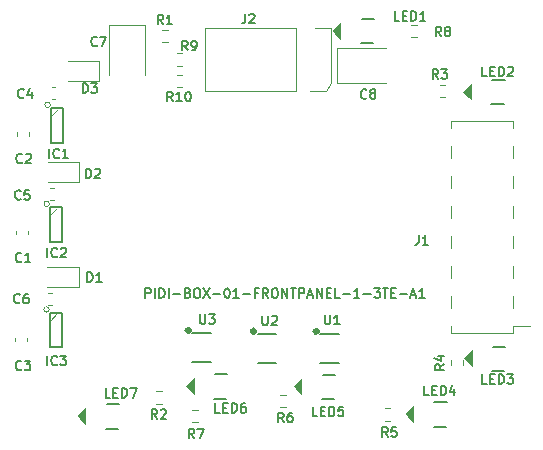
<source format=gbr>
%TF.GenerationSoftware,KiCad,Pcbnew,9.0.6*%
%TF.CreationDate,2025-12-26T20:18:00+00:00*%
%TF.ProjectId,PIDI-BOX-01-FRONTPANEL-1-3TE-A1,50494449-2d42-44f5-982d-30312d46524f,rev?*%
%TF.SameCoordinates,Original*%
%TF.FileFunction,Legend,Top*%
%TF.FilePolarity,Positive*%
%FSLAX46Y46*%
G04 Gerber Fmt 4.6, Leading zero omitted, Abs format (unit mm)*
G04 Created by KiCad (PCBNEW 9.0.6) date 2025-12-26 20:18:00*
%MOMM*%
%LPD*%
G01*
G04 APERTURE LIST*
%ADD10C,0.150000*%
%ADD11C,0.120000*%
%ADD12C,0.152400*%
%ADD13C,0.350000*%
%ADD14C,0.100000*%
%ADD15C,0.200000*%
G04 APERTURE END LIST*
D10*
X96750360Y-74468695D02*
X96750360Y-73668695D01*
X96750360Y-73668695D02*
X97055122Y-73668695D01*
X97055122Y-73668695D02*
X97131312Y-73706790D01*
X97131312Y-73706790D02*
X97169407Y-73744885D01*
X97169407Y-73744885D02*
X97207503Y-73821076D01*
X97207503Y-73821076D02*
X97207503Y-73935361D01*
X97207503Y-73935361D02*
X97169407Y-74011552D01*
X97169407Y-74011552D02*
X97131312Y-74049647D01*
X97131312Y-74049647D02*
X97055122Y-74087742D01*
X97055122Y-74087742D02*
X96750360Y-74087742D01*
X97550360Y-74468695D02*
X97550360Y-73668695D01*
X97931312Y-74468695D02*
X97931312Y-73668695D01*
X97931312Y-73668695D02*
X98121788Y-73668695D01*
X98121788Y-73668695D02*
X98236074Y-73706790D01*
X98236074Y-73706790D02*
X98312264Y-73782980D01*
X98312264Y-73782980D02*
X98350359Y-73859171D01*
X98350359Y-73859171D02*
X98388455Y-74011552D01*
X98388455Y-74011552D02*
X98388455Y-74125838D01*
X98388455Y-74125838D02*
X98350359Y-74278219D01*
X98350359Y-74278219D02*
X98312264Y-74354409D01*
X98312264Y-74354409D02*
X98236074Y-74430600D01*
X98236074Y-74430600D02*
X98121788Y-74468695D01*
X98121788Y-74468695D02*
X97931312Y-74468695D01*
X98731312Y-74468695D02*
X98731312Y-73668695D01*
X99112264Y-74163933D02*
X99721788Y-74163933D01*
X100369406Y-74049647D02*
X100483692Y-74087742D01*
X100483692Y-74087742D02*
X100521787Y-74125838D01*
X100521787Y-74125838D02*
X100559883Y-74202028D01*
X100559883Y-74202028D02*
X100559883Y-74316314D01*
X100559883Y-74316314D02*
X100521787Y-74392504D01*
X100521787Y-74392504D02*
X100483692Y-74430600D01*
X100483692Y-74430600D02*
X100407502Y-74468695D01*
X100407502Y-74468695D02*
X100102740Y-74468695D01*
X100102740Y-74468695D02*
X100102740Y-73668695D01*
X100102740Y-73668695D02*
X100369406Y-73668695D01*
X100369406Y-73668695D02*
X100445597Y-73706790D01*
X100445597Y-73706790D02*
X100483692Y-73744885D01*
X100483692Y-73744885D02*
X100521787Y-73821076D01*
X100521787Y-73821076D02*
X100521787Y-73897266D01*
X100521787Y-73897266D02*
X100483692Y-73973457D01*
X100483692Y-73973457D02*
X100445597Y-74011552D01*
X100445597Y-74011552D02*
X100369406Y-74049647D01*
X100369406Y-74049647D02*
X100102740Y-74049647D01*
X101055121Y-73668695D02*
X101207502Y-73668695D01*
X101207502Y-73668695D02*
X101283692Y-73706790D01*
X101283692Y-73706790D02*
X101359883Y-73782980D01*
X101359883Y-73782980D02*
X101397978Y-73935361D01*
X101397978Y-73935361D02*
X101397978Y-74202028D01*
X101397978Y-74202028D02*
X101359883Y-74354409D01*
X101359883Y-74354409D02*
X101283692Y-74430600D01*
X101283692Y-74430600D02*
X101207502Y-74468695D01*
X101207502Y-74468695D02*
X101055121Y-74468695D01*
X101055121Y-74468695D02*
X100978930Y-74430600D01*
X100978930Y-74430600D02*
X100902740Y-74354409D01*
X100902740Y-74354409D02*
X100864644Y-74202028D01*
X100864644Y-74202028D02*
X100864644Y-73935361D01*
X100864644Y-73935361D02*
X100902740Y-73782980D01*
X100902740Y-73782980D02*
X100978930Y-73706790D01*
X100978930Y-73706790D02*
X101055121Y-73668695D01*
X101664644Y-73668695D02*
X102197978Y-74468695D01*
X102197978Y-73668695D02*
X101664644Y-74468695D01*
X102502740Y-74163933D02*
X103112264Y-74163933D01*
X103645597Y-73668695D02*
X103721787Y-73668695D01*
X103721787Y-73668695D02*
X103797978Y-73706790D01*
X103797978Y-73706790D02*
X103836073Y-73744885D01*
X103836073Y-73744885D02*
X103874168Y-73821076D01*
X103874168Y-73821076D02*
X103912263Y-73973457D01*
X103912263Y-73973457D02*
X103912263Y-74163933D01*
X103912263Y-74163933D02*
X103874168Y-74316314D01*
X103874168Y-74316314D02*
X103836073Y-74392504D01*
X103836073Y-74392504D02*
X103797978Y-74430600D01*
X103797978Y-74430600D02*
X103721787Y-74468695D01*
X103721787Y-74468695D02*
X103645597Y-74468695D01*
X103645597Y-74468695D02*
X103569406Y-74430600D01*
X103569406Y-74430600D02*
X103531311Y-74392504D01*
X103531311Y-74392504D02*
X103493216Y-74316314D01*
X103493216Y-74316314D02*
X103455120Y-74163933D01*
X103455120Y-74163933D02*
X103455120Y-73973457D01*
X103455120Y-73973457D02*
X103493216Y-73821076D01*
X103493216Y-73821076D02*
X103531311Y-73744885D01*
X103531311Y-73744885D02*
X103569406Y-73706790D01*
X103569406Y-73706790D02*
X103645597Y-73668695D01*
X104674168Y-74468695D02*
X104217025Y-74468695D01*
X104445597Y-74468695D02*
X104445597Y-73668695D01*
X104445597Y-73668695D02*
X104369406Y-73782980D01*
X104369406Y-73782980D02*
X104293216Y-73859171D01*
X104293216Y-73859171D02*
X104217025Y-73897266D01*
X105017026Y-74163933D02*
X105626550Y-74163933D01*
X106274168Y-74049647D02*
X106007502Y-74049647D01*
X106007502Y-74468695D02*
X106007502Y-73668695D01*
X106007502Y-73668695D02*
X106388454Y-73668695D01*
X107150359Y-74468695D02*
X106883692Y-74087742D01*
X106693216Y-74468695D02*
X106693216Y-73668695D01*
X106693216Y-73668695D02*
X106997978Y-73668695D01*
X106997978Y-73668695D02*
X107074168Y-73706790D01*
X107074168Y-73706790D02*
X107112263Y-73744885D01*
X107112263Y-73744885D02*
X107150359Y-73821076D01*
X107150359Y-73821076D02*
X107150359Y-73935361D01*
X107150359Y-73935361D02*
X107112263Y-74011552D01*
X107112263Y-74011552D02*
X107074168Y-74049647D01*
X107074168Y-74049647D02*
X106997978Y-74087742D01*
X106997978Y-74087742D02*
X106693216Y-74087742D01*
X107645597Y-73668695D02*
X107797978Y-73668695D01*
X107797978Y-73668695D02*
X107874168Y-73706790D01*
X107874168Y-73706790D02*
X107950359Y-73782980D01*
X107950359Y-73782980D02*
X107988454Y-73935361D01*
X107988454Y-73935361D02*
X107988454Y-74202028D01*
X107988454Y-74202028D02*
X107950359Y-74354409D01*
X107950359Y-74354409D02*
X107874168Y-74430600D01*
X107874168Y-74430600D02*
X107797978Y-74468695D01*
X107797978Y-74468695D02*
X107645597Y-74468695D01*
X107645597Y-74468695D02*
X107569406Y-74430600D01*
X107569406Y-74430600D02*
X107493216Y-74354409D01*
X107493216Y-74354409D02*
X107455120Y-74202028D01*
X107455120Y-74202028D02*
X107455120Y-73935361D01*
X107455120Y-73935361D02*
X107493216Y-73782980D01*
X107493216Y-73782980D02*
X107569406Y-73706790D01*
X107569406Y-73706790D02*
X107645597Y-73668695D01*
X108331311Y-74468695D02*
X108331311Y-73668695D01*
X108331311Y-73668695D02*
X108788454Y-74468695D01*
X108788454Y-74468695D02*
X108788454Y-73668695D01*
X109055120Y-73668695D02*
X109512263Y-73668695D01*
X109283691Y-74468695D02*
X109283691Y-73668695D01*
X109778930Y-74468695D02*
X109778930Y-73668695D01*
X109778930Y-73668695D02*
X110083692Y-73668695D01*
X110083692Y-73668695D02*
X110159882Y-73706790D01*
X110159882Y-73706790D02*
X110197977Y-73744885D01*
X110197977Y-73744885D02*
X110236073Y-73821076D01*
X110236073Y-73821076D02*
X110236073Y-73935361D01*
X110236073Y-73935361D02*
X110197977Y-74011552D01*
X110197977Y-74011552D02*
X110159882Y-74049647D01*
X110159882Y-74049647D02*
X110083692Y-74087742D01*
X110083692Y-74087742D02*
X109778930Y-74087742D01*
X110540834Y-74240123D02*
X110921787Y-74240123D01*
X110464644Y-74468695D02*
X110731311Y-73668695D01*
X110731311Y-73668695D02*
X110997977Y-74468695D01*
X111264644Y-74468695D02*
X111264644Y-73668695D01*
X111264644Y-73668695D02*
X111721787Y-74468695D01*
X111721787Y-74468695D02*
X111721787Y-73668695D01*
X112102739Y-74049647D02*
X112369405Y-74049647D01*
X112483691Y-74468695D02*
X112102739Y-74468695D01*
X112102739Y-74468695D02*
X112102739Y-73668695D01*
X112102739Y-73668695D02*
X112483691Y-73668695D01*
X113207501Y-74468695D02*
X112826549Y-74468695D01*
X112826549Y-74468695D02*
X112826549Y-73668695D01*
X113474168Y-74163933D02*
X114083692Y-74163933D01*
X114883691Y-74468695D02*
X114426548Y-74468695D01*
X114655120Y-74468695D02*
X114655120Y-73668695D01*
X114655120Y-73668695D02*
X114578929Y-73782980D01*
X114578929Y-73782980D02*
X114502739Y-73859171D01*
X114502739Y-73859171D02*
X114426548Y-73897266D01*
X115226549Y-74163933D02*
X115836073Y-74163933D01*
X116140834Y-73668695D02*
X116636072Y-73668695D01*
X116636072Y-73668695D02*
X116369406Y-73973457D01*
X116369406Y-73973457D02*
X116483691Y-73973457D01*
X116483691Y-73973457D02*
X116559882Y-74011552D01*
X116559882Y-74011552D02*
X116597977Y-74049647D01*
X116597977Y-74049647D02*
X116636072Y-74125838D01*
X116636072Y-74125838D02*
X116636072Y-74316314D01*
X116636072Y-74316314D02*
X116597977Y-74392504D01*
X116597977Y-74392504D02*
X116559882Y-74430600D01*
X116559882Y-74430600D02*
X116483691Y-74468695D01*
X116483691Y-74468695D02*
X116255120Y-74468695D01*
X116255120Y-74468695D02*
X116178929Y-74430600D01*
X116178929Y-74430600D02*
X116140834Y-74392504D01*
X116864644Y-73668695D02*
X117321787Y-73668695D01*
X117093215Y-74468695D02*
X117093215Y-73668695D01*
X117588454Y-74049647D02*
X117855120Y-74049647D01*
X117969406Y-74468695D02*
X117588454Y-74468695D01*
X117588454Y-74468695D02*
X117588454Y-73668695D01*
X117588454Y-73668695D02*
X117969406Y-73668695D01*
X118312264Y-74163933D02*
X118921788Y-74163933D01*
X119264644Y-74240123D02*
X119645597Y-74240123D01*
X119188454Y-74468695D02*
X119455121Y-73668695D01*
X119455121Y-73668695D02*
X119721787Y-74468695D01*
X120407501Y-74468695D02*
X119950358Y-74468695D01*
X120178930Y-74468695D02*
X120178930Y-73668695D01*
X120178930Y-73668695D02*
X120102739Y-73782980D01*
X120102739Y-73782980D02*
X120026549Y-73859171D01*
X120026549Y-73859171D02*
X119950358Y-73897266D01*
X86277467Y-80499304D02*
X86239371Y-80537400D01*
X86239371Y-80537400D02*
X86125086Y-80575495D01*
X86125086Y-80575495D02*
X86048895Y-80575495D01*
X86048895Y-80575495D02*
X85934609Y-80537400D01*
X85934609Y-80537400D02*
X85858419Y-80461209D01*
X85858419Y-80461209D02*
X85820324Y-80385019D01*
X85820324Y-80385019D02*
X85782228Y-80232638D01*
X85782228Y-80232638D02*
X85782228Y-80118352D01*
X85782228Y-80118352D02*
X85820324Y-79965971D01*
X85820324Y-79965971D02*
X85858419Y-79889780D01*
X85858419Y-79889780D02*
X85934609Y-79813590D01*
X85934609Y-79813590D02*
X86048895Y-79775495D01*
X86048895Y-79775495D02*
X86125086Y-79775495D01*
X86125086Y-79775495D02*
X86239371Y-79813590D01*
X86239371Y-79813590D02*
X86277467Y-79851685D01*
X86544133Y-79775495D02*
X87039371Y-79775495D01*
X87039371Y-79775495D02*
X86772705Y-80080257D01*
X86772705Y-80080257D02*
X86886990Y-80080257D01*
X86886990Y-80080257D02*
X86963181Y-80118352D01*
X86963181Y-80118352D02*
X87001276Y-80156447D01*
X87001276Y-80156447D02*
X87039371Y-80232638D01*
X87039371Y-80232638D02*
X87039371Y-80423114D01*
X87039371Y-80423114D02*
X87001276Y-80499304D01*
X87001276Y-80499304D02*
X86963181Y-80537400D01*
X86963181Y-80537400D02*
X86886990Y-80575495D01*
X86886990Y-80575495D02*
X86658419Y-80575495D01*
X86658419Y-80575495D02*
X86582228Y-80537400D01*
X86582228Y-80537400D02*
X86544133Y-80499304D01*
X86226667Y-66072104D02*
X86188571Y-66110200D01*
X86188571Y-66110200D02*
X86074286Y-66148295D01*
X86074286Y-66148295D02*
X85998095Y-66148295D01*
X85998095Y-66148295D02*
X85883809Y-66110200D01*
X85883809Y-66110200D02*
X85807619Y-66034009D01*
X85807619Y-66034009D02*
X85769524Y-65957819D01*
X85769524Y-65957819D02*
X85731428Y-65805438D01*
X85731428Y-65805438D02*
X85731428Y-65691152D01*
X85731428Y-65691152D02*
X85769524Y-65538771D01*
X85769524Y-65538771D02*
X85807619Y-65462580D01*
X85807619Y-65462580D02*
X85883809Y-65386390D01*
X85883809Y-65386390D02*
X85998095Y-65348295D01*
X85998095Y-65348295D02*
X86074286Y-65348295D01*
X86074286Y-65348295D02*
X86188571Y-65386390D01*
X86188571Y-65386390D02*
X86226667Y-65424485D01*
X86950476Y-65348295D02*
X86569524Y-65348295D01*
X86569524Y-65348295D02*
X86531428Y-65729247D01*
X86531428Y-65729247D02*
X86569524Y-65691152D01*
X86569524Y-65691152D02*
X86645714Y-65653057D01*
X86645714Y-65653057D02*
X86836190Y-65653057D01*
X86836190Y-65653057D02*
X86912381Y-65691152D01*
X86912381Y-65691152D02*
X86950476Y-65729247D01*
X86950476Y-65729247D02*
X86988571Y-65805438D01*
X86988571Y-65805438D02*
X86988571Y-65995914D01*
X86988571Y-65995914D02*
X86950476Y-66072104D01*
X86950476Y-66072104D02*
X86912381Y-66110200D01*
X86912381Y-66110200D02*
X86836190Y-66148295D01*
X86836190Y-66148295D02*
X86645714Y-66148295D01*
X86645714Y-66148295D02*
X86569524Y-66110200D01*
X86569524Y-66110200D02*
X86531428Y-66072104D01*
X100341067Y-53499095D02*
X100074400Y-53118142D01*
X99883924Y-53499095D02*
X99883924Y-52699095D01*
X99883924Y-52699095D02*
X100188686Y-52699095D01*
X100188686Y-52699095D02*
X100264876Y-52737190D01*
X100264876Y-52737190D02*
X100302971Y-52775285D01*
X100302971Y-52775285D02*
X100341067Y-52851476D01*
X100341067Y-52851476D02*
X100341067Y-52965761D01*
X100341067Y-52965761D02*
X100302971Y-53041952D01*
X100302971Y-53041952D02*
X100264876Y-53080047D01*
X100264876Y-53080047D02*
X100188686Y-53118142D01*
X100188686Y-53118142D02*
X99883924Y-53118142D01*
X100722019Y-53499095D02*
X100874400Y-53499095D01*
X100874400Y-53499095D02*
X100950590Y-53461000D01*
X100950590Y-53461000D02*
X100988686Y-53422904D01*
X100988686Y-53422904D02*
X101064876Y-53308619D01*
X101064876Y-53308619D02*
X101102971Y-53156238D01*
X101102971Y-53156238D02*
X101102971Y-52851476D01*
X101102971Y-52851476D02*
X101064876Y-52775285D01*
X101064876Y-52775285D02*
X101026781Y-52737190D01*
X101026781Y-52737190D02*
X100950590Y-52699095D01*
X100950590Y-52699095D02*
X100798209Y-52699095D01*
X100798209Y-52699095D02*
X100722019Y-52737190D01*
X100722019Y-52737190D02*
X100683924Y-52775285D01*
X100683924Y-52775285D02*
X100645828Y-52851476D01*
X100645828Y-52851476D02*
X100645828Y-53041952D01*
X100645828Y-53041952D02*
X100683924Y-53118142D01*
X100683924Y-53118142D02*
X100722019Y-53156238D01*
X100722019Y-53156238D02*
X100798209Y-53194333D01*
X100798209Y-53194333D02*
X100950590Y-53194333D01*
X100950590Y-53194333D02*
X101026781Y-53156238D01*
X101026781Y-53156238D02*
X101064876Y-53118142D01*
X101064876Y-53118142D02*
X101102971Y-53041952D01*
X100907867Y-86366695D02*
X100641200Y-85985742D01*
X100450724Y-86366695D02*
X100450724Y-85566695D01*
X100450724Y-85566695D02*
X100755486Y-85566695D01*
X100755486Y-85566695D02*
X100831676Y-85604790D01*
X100831676Y-85604790D02*
X100869771Y-85642885D01*
X100869771Y-85642885D02*
X100907867Y-85719076D01*
X100907867Y-85719076D02*
X100907867Y-85833361D01*
X100907867Y-85833361D02*
X100869771Y-85909552D01*
X100869771Y-85909552D02*
X100831676Y-85947647D01*
X100831676Y-85947647D02*
X100755486Y-85985742D01*
X100755486Y-85985742D02*
X100450724Y-85985742D01*
X101174533Y-85566695D02*
X101707867Y-85566695D01*
X101707867Y-85566695D02*
X101365009Y-86366695D01*
X86277467Y-71355304D02*
X86239371Y-71393400D01*
X86239371Y-71393400D02*
X86125086Y-71431495D01*
X86125086Y-71431495D02*
X86048895Y-71431495D01*
X86048895Y-71431495D02*
X85934609Y-71393400D01*
X85934609Y-71393400D02*
X85858419Y-71317209D01*
X85858419Y-71317209D02*
X85820324Y-71241019D01*
X85820324Y-71241019D02*
X85782228Y-71088638D01*
X85782228Y-71088638D02*
X85782228Y-70974352D01*
X85782228Y-70974352D02*
X85820324Y-70821971D01*
X85820324Y-70821971D02*
X85858419Y-70745780D01*
X85858419Y-70745780D02*
X85934609Y-70669590D01*
X85934609Y-70669590D02*
X86048895Y-70631495D01*
X86048895Y-70631495D02*
X86125086Y-70631495D01*
X86125086Y-70631495D02*
X86239371Y-70669590D01*
X86239371Y-70669590D02*
X86277467Y-70707685D01*
X87039371Y-71431495D02*
X86582228Y-71431495D01*
X86810800Y-71431495D02*
X86810800Y-70631495D01*
X86810800Y-70631495D02*
X86734609Y-70745780D01*
X86734609Y-70745780D02*
X86658419Y-70821971D01*
X86658419Y-70821971D02*
X86582228Y-70860066D01*
X91857524Y-73107895D02*
X91857524Y-72307895D01*
X91857524Y-72307895D02*
X92048000Y-72307895D01*
X92048000Y-72307895D02*
X92162286Y-72345990D01*
X92162286Y-72345990D02*
X92238476Y-72422180D01*
X92238476Y-72422180D02*
X92276571Y-72498371D01*
X92276571Y-72498371D02*
X92314667Y-72650752D01*
X92314667Y-72650752D02*
X92314667Y-72765038D01*
X92314667Y-72765038D02*
X92276571Y-72917419D01*
X92276571Y-72917419D02*
X92238476Y-72993609D01*
X92238476Y-72993609D02*
X92162286Y-73069800D01*
X92162286Y-73069800D02*
X92048000Y-73107895D01*
X92048000Y-73107895D02*
X91857524Y-73107895D01*
X93076571Y-73107895D02*
X92619428Y-73107895D01*
X92848000Y-73107895D02*
X92848000Y-72307895D01*
X92848000Y-72307895D02*
X92771809Y-72422180D01*
X92771809Y-72422180D02*
X92695619Y-72498371D01*
X92695619Y-72498371D02*
X92619428Y-72536466D01*
X111955276Y-75914695D02*
X111955276Y-76562314D01*
X111955276Y-76562314D02*
X111993371Y-76638504D01*
X111993371Y-76638504D02*
X112031466Y-76676600D01*
X112031466Y-76676600D02*
X112107657Y-76714695D01*
X112107657Y-76714695D02*
X112260038Y-76714695D01*
X112260038Y-76714695D02*
X112336228Y-76676600D01*
X112336228Y-76676600D02*
X112374323Y-76638504D01*
X112374323Y-76638504D02*
X112412419Y-76562314D01*
X112412419Y-76562314D02*
X112412419Y-75914695D01*
X113212418Y-76714695D02*
X112755275Y-76714695D01*
X112983847Y-76714695D02*
X112983847Y-75914695D01*
X112983847Y-75914695D02*
X112907656Y-76028980D01*
X112907656Y-76028980D02*
X112831466Y-76105171D01*
X112831466Y-76105171D02*
X112755275Y-76143266D01*
X122057295Y-80083332D02*
X121676342Y-80349999D01*
X122057295Y-80540475D02*
X121257295Y-80540475D01*
X121257295Y-80540475D02*
X121257295Y-80235713D01*
X121257295Y-80235713D02*
X121295390Y-80159523D01*
X121295390Y-80159523D02*
X121333485Y-80121428D01*
X121333485Y-80121428D02*
X121409676Y-80083332D01*
X121409676Y-80083332D02*
X121523961Y-80083332D01*
X121523961Y-80083332D02*
X121600152Y-80121428D01*
X121600152Y-80121428D02*
X121638247Y-80159523D01*
X121638247Y-80159523D02*
X121676342Y-80235713D01*
X121676342Y-80235713D02*
X121676342Y-80540475D01*
X121523961Y-79397618D02*
X122057295Y-79397618D01*
X121219200Y-79588094D02*
X121790628Y-79778571D01*
X121790628Y-79778571D02*
X121790628Y-79283332D01*
X105233333Y-50405395D02*
X105233333Y-50976823D01*
X105233333Y-50976823D02*
X105195238Y-51091109D01*
X105195238Y-51091109D02*
X105119047Y-51167300D01*
X105119047Y-51167300D02*
X105004762Y-51205395D01*
X105004762Y-51205395D02*
X104928571Y-51205395D01*
X105576190Y-50481585D02*
X105614286Y-50443490D01*
X105614286Y-50443490D02*
X105690476Y-50405395D01*
X105690476Y-50405395D02*
X105880952Y-50405395D01*
X105880952Y-50405395D02*
X105957143Y-50443490D01*
X105957143Y-50443490D02*
X105995238Y-50481585D01*
X105995238Y-50481585D02*
X106033333Y-50557776D01*
X106033333Y-50557776D02*
X106033333Y-50633966D01*
X106033333Y-50633966D02*
X105995238Y-50748252D01*
X105995238Y-50748252D02*
X105538095Y-51205395D01*
X105538095Y-51205395D02*
X106033333Y-51205395D01*
X119908333Y-69162295D02*
X119908333Y-69733723D01*
X119908333Y-69733723D02*
X119870238Y-69848009D01*
X119870238Y-69848009D02*
X119794047Y-69924200D01*
X119794047Y-69924200D02*
X119679762Y-69962295D01*
X119679762Y-69962295D02*
X119603571Y-69962295D01*
X120708333Y-69962295D02*
X120251190Y-69962295D01*
X120479762Y-69962295D02*
X120479762Y-69162295D01*
X120479762Y-69162295D02*
X120403571Y-69276580D01*
X120403571Y-69276580D02*
X120327381Y-69352771D01*
X120327381Y-69352771D02*
X120251190Y-69390866D01*
X120772161Y-82712295D02*
X120391209Y-82712295D01*
X120391209Y-82712295D02*
X120391209Y-81912295D01*
X121038828Y-82293247D02*
X121305494Y-82293247D01*
X121419780Y-82712295D02*
X121038828Y-82712295D01*
X121038828Y-82712295D02*
X121038828Y-81912295D01*
X121038828Y-81912295D02*
X121419780Y-81912295D01*
X121762638Y-82712295D02*
X121762638Y-81912295D01*
X121762638Y-81912295D02*
X121953114Y-81912295D01*
X121953114Y-81912295D02*
X122067400Y-81950390D01*
X122067400Y-81950390D02*
X122143590Y-82026580D01*
X122143590Y-82026580D02*
X122181685Y-82102771D01*
X122181685Y-82102771D02*
X122219781Y-82255152D01*
X122219781Y-82255152D02*
X122219781Y-82369438D01*
X122219781Y-82369438D02*
X122181685Y-82521819D01*
X122181685Y-82521819D02*
X122143590Y-82598009D01*
X122143590Y-82598009D02*
X122067400Y-82674200D01*
X122067400Y-82674200D02*
X121953114Y-82712295D01*
X121953114Y-82712295D02*
X121762638Y-82712295D01*
X122905495Y-82178961D02*
X122905495Y-82712295D01*
X122715019Y-81874200D02*
X122524542Y-82445628D01*
X122524542Y-82445628D02*
X123019781Y-82445628D01*
X88466648Y-80169095D02*
X88466648Y-79369095D01*
X89304743Y-80092904D02*
X89266647Y-80131000D01*
X89266647Y-80131000D02*
X89152362Y-80169095D01*
X89152362Y-80169095D02*
X89076171Y-80169095D01*
X89076171Y-80169095D02*
X88961885Y-80131000D01*
X88961885Y-80131000D02*
X88885695Y-80054809D01*
X88885695Y-80054809D02*
X88847600Y-79978619D01*
X88847600Y-79978619D02*
X88809504Y-79826238D01*
X88809504Y-79826238D02*
X88809504Y-79711952D01*
X88809504Y-79711952D02*
X88847600Y-79559571D01*
X88847600Y-79559571D02*
X88885695Y-79483380D01*
X88885695Y-79483380D02*
X88961885Y-79407190D01*
X88961885Y-79407190D02*
X89076171Y-79369095D01*
X89076171Y-79369095D02*
X89152362Y-79369095D01*
X89152362Y-79369095D02*
X89266647Y-79407190D01*
X89266647Y-79407190D02*
X89304743Y-79445285D01*
X89571409Y-79369095D02*
X90066647Y-79369095D01*
X90066647Y-79369095D02*
X89799981Y-79673857D01*
X89799981Y-79673857D02*
X89914266Y-79673857D01*
X89914266Y-79673857D02*
X89990457Y-79711952D01*
X89990457Y-79711952D02*
X90028552Y-79750047D01*
X90028552Y-79750047D02*
X90066647Y-79826238D01*
X90066647Y-79826238D02*
X90066647Y-80016714D01*
X90066647Y-80016714D02*
X90028552Y-80092904D01*
X90028552Y-80092904D02*
X89990457Y-80131000D01*
X89990457Y-80131000D02*
X89914266Y-80169095D01*
X89914266Y-80169095D02*
X89685695Y-80169095D01*
X89685695Y-80169095D02*
X89609504Y-80131000D01*
X89609504Y-80131000D02*
X89571409Y-80092904D01*
X106672076Y-75965495D02*
X106672076Y-76613114D01*
X106672076Y-76613114D02*
X106710171Y-76689304D01*
X106710171Y-76689304D02*
X106748266Y-76727400D01*
X106748266Y-76727400D02*
X106824457Y-76765495D01*
X106824457Y-76765495D02*
X106976838Y-76765495D01*
X106976838Y-76765495D02*
X107053028Y-76727400D01*
X107053028Y-76727400D02*
X107091123Y-76689304D01*
X107091123Y-76689304D02*
X107129219Y-76613114D01*
X107129219Y-76613114D02*
X107129219Y-75965495D01*
X107472075Y-76041685D02*
X107510171Y-76003590D01*
X107510171Y-76003590D02*
X107586361Y-75965495D01*
X107586361Y-75965495D02*
X107776837Y-75965495D01*
X107776837Y-75965495D02*
X107853028Y-76003590D01*
X107853028Y-76003590D02*
X107891123Y-76041685D01*
X107891123Y-76041685D02*
X107929218Y-76117876D01*
X107929218Y-76117876D02*
X107929218Y-76194066D01*
X107929218Y-76194066D02*
X107891123Y-76308352D01*
X107891123Y-76308352D02*
X107433980Y-76765495D01*
X107433980Y-76765495D02*
X107929218Y-76765495D01*
X108477067Y-84995095D02*
X108210400Y-84614142D01*
X108019924Y-84995095D02*
X108019924Y-84195095D01*
X108019924Y-84195095D02*
X108324686Y-84195095D01*
X108324686Y-84195095D02*
X108400876Y-84233190D01*
X108400876Y-84233190D02*
X108438971Y-84271285D01*
X108438971Y-84271285D02*
X108477067Y-84347476D01*
X108477067Y-84347476D02*
X108477067Y-84461761D01*
X108477067Y-84461761D02*
X108438971Y-84537952D01*
X108438971Y-84537952D02*
X108400876Y-84576047D01*
X108400876Y-84576047D02*
X108324686Y-84614142D01*
X108324686Y-84614142D02*
X108019924Y-84614142D01*
X109162781Y-84195095D02*
X109010400Y-84195095D01*
X109010400Y-84195095D02*
X108934209Y-84233190D01*
X108934209Y-84233190D02*
X108896114Y-84271285D01*
X108896114Y-84271285D02*
X108819924Y-84385571D01*
X108819924Y-84385571D02*
X108781828Y-84537952D01*
X108781828Y-84537952D02*
X108781828Y-84842714D01*
X108781828Y-84842714D02*
X108819924Y-84918904D01*
X108819924Y-84918904D02*
X108858019Y-84957000D01*
X108858019Y-84957000D02*
X108934209Y-84995095D01*
X108934209Y-84995095D02*
X109086590Y-84995095D01*
X109086590Y-84995095D02*
X109162781Y-84957000D01*
X109162781Y-84957000D02*
X109200876Y-84918904D01*
X109200876Y-84918904D02*
X109238971Y-84842714D01*
X109238971Y-84842714D02*
X109238971Y-84652238D01*
X109238971Y-84652238D02*
X109200876Y-84576047D01*
X109200876Y-84576047D02*
X109162781Y-84537952D01*
X109162781Y-84537952D02*
X109086590Y-84499857D01*
X109086590Y-84499857D02*
X108934209Y-84499857D01*
X108934209Y-84499857D02*
X108858019Y-84537952D01*
X108858019Y-84537952D02*
X108819924Y-84576047D01*
X108819924Y-84576047D02*
X108781828Y-84652238D01*
X101388876Y-75863895D02*
X101388876Y-76511514D01*
X101388876Y-76511514D02*
X101426971Y-76587704D01*
X101426971Y-76587704D02*
X101465066Y-76625800D01*
X101465066Y-76625800D02*
X101541257Y-76663895D01*
X101541257Y-76663895D02*
X101693638Y-76663895D01*
X101693638Y-76663895D02*
X101769828Y-76625800D01*
X101769828Y-76625800D02*
X101807923Y-76587704D01*
X101807923Y-76587704D02*
X101846019Y-76511514D01*
X101846019Y-76511514D02*
X101846019Y-75863895D01*
X102150780Y-75863895D02*
X102646018Y-75863895D01*
X102646018Y-75863895D02*
X102379352Y-76168657D01*
X102379352Y-76168657D02*
X102493637Y-76168657D01*
X102493637Y-76168657D02*
X102569828Y-76206752D01*
X102569828Y-76206752D02*
X102607923Y-76244847D01*
X102607923Y-76244847D02*
X102646018Y-76321038D01*
X102646018Y-76321038D02*
X102646018Y-76511514D01*
X102646018Y-76511514D02*
X102607923Y-76587704D01*
X102607923Y-76587704D02*
X102569828Y-76625800D01*
X102569828Y-76625800D02*
X102493637Y-76663895D01*
X102493637Y-76663895D02*
X102265066Y-76663895D01*
X102265066Y-76663895D02*
X102188875Y-76625800D01*
X102188875Y-76625800D02*
X102150780Y-76587704D01*
X111329761Y-84487295D02*
X110948809Y-84487295D01*
X110948809Y-84487295D02*
X110948809Y-83687295D01*
X111596428Y-84068247D02*
X111863094Y-84068247D01*
X111977380Y-84487295D02*
X111596428Y-84487295D01*
X111596428Y-84487295D02*
X111596428Y-83687295D01*
X111596428Y-83687295D02*
X111977380Y-83687295D01*
X112320238Y-84487295D02*
X112320238Y-83687295D01*
X112320238Y-83687295D02*
X112510714Y-83687295D01*
X112510714Y-83687295D02*
X112625000Y-83725390D01*
X112625000Y-83725390D02*
X112701190Y-83801580D01*
X112701190Y-83801580D02*
X112739285Y-83877771D01*
X112739285Y-83877771D02*
X112777381Y-84030152D01*
X112777381Y-84030152D02*
X112777381Y-84144438D01*
X112777381Y-84144438D02*
X112739285Y-84296819D01*
X112739285Y-84296819D02*
X112701190Y-84373009D01*
X112701190Y-84373009D02*
X112625000Y-84449200D01*
X112625000Y-84449200D02*
X112510714Y-84487295D01*
X112510714Y-84487295D02*
X112320238Y-84487295D01*
X113501190Y-83687295D02*
X113120238Y-83687295D01*
X113120238Y-83687295D02*
X113082142Y-84068247D01*
X113082142Y-84068247D02*
X113120238Y-84030152D01*
X113120238Y-84030152D02*
X113196428Y-83992057D01*
X113196428Y-83992057D02*
X113386904Y-83992057D01*
X113386904Y-83992057D02*
X113463095Y-84030152D01*
X113463095Y-84030152D02*
X113501190Y-84068247D01*
X113501190Y-84068247D02*
X113539285Y-84144438D01*
X113539285Y-84144438D02*
X113539285Y-84334914D01*
X113539285Y-84334914D02*
X113501190Y-84411104D01*
X113501190Y-84411104D02*
X113463095Y-84449200D01*
X113463095Y-84449200D02*
X113386904Y-84487295D01*
X113386904Y-84487295D02*
X113196428Y-84487295D01*
X113196428Y-84487295D02*
X113120238Y-84449200D01*
X113120238Y-84449200D02*
X113082142Y-84411104D01*
X115487467Y-57537704D02*
X115449371Y-57575800D01*
X115449371Y-57575800D02*
X115335086Y-57613895D01*
X115335086Y-57613895D02*
X115258895Y-57613895D01*
X115258895Y-57613895D02*
X115144609Y-57575800D01*
X115144609Y-57575800D02*
X115068419Y-57499609D01*
X115068419Y-57499609D02*
X115030324Y-57423419D01*
X115030324Y-57423419D02*
X114992228Y-57271038D01*
X114992228Y-57271038D02*
X114992228Y-57156752D01*
X114992228Y-57156752D02*
X115030324Y-57004371D01*
X115030324Y-57004371D02*
X115068419Y-56928180D01*
X115068419Y-56928180D02*
X115144609Y-56851990D01*
X115144609Y-56851990D02*
X115258895Y-56813895D01*
X115258895Y-56813895D02*
X115335086Y-56813895D01*
X115335086Y-56813895D02*
X115449371Y-56851990D01*
X115449371Y-56851990D02*
X115487467Y-56890085D01*
X115944609Y-57156752D02*
X115868419Y-57118657D01*
X115868419Y-57118657D02*
X115830324Y-57080561D01*
X115830324Y-57080561D02*
X115792228Y-57004371D01*
X115792228Y-57004371D02*
X115792228Y-56966276D01*
X115792228Y-56966276D02*
X115830324Y-56890085D01*
X115830324Y-56890085D02*
X115868419Y-56851990D01*
X115868419Y-56851990D02*
X115944609Y-56813895D01*
X115944609Y-56813895D02*
X116096990Y-56813895D01*
X116096990Y-56813895D02*
X116173181Y-56851990D01*
X116173181Y-56851990D02*
X116211276Y-56890085D01*
X116211276Y-56890085D02*
X116249371Y-56966276D01*
X116249371Y-56966276D02*
X116249371Y-57004371D01*
X116249371Y-57004371D02*
X116211276Y-57080561D01*
X116211276Y-57080561D02*
X116173181Y-57118657D01*
X116173181Y-57118657D02*
X116096990Y-57156752D01*
X116096990Y-57156752D02*
X115944609Y-57156752D01*
X115944609Y-57156752D02*
X115868419Y-57194847D01*
X115868419Y-57194847D02*
X115830324Y-57232942D01*
X115830324Y-57232942D02*
X115792228Y-57309133D01*
X115792228Y-57309133D02*
X115792228Y-57461514D01*
X115792228Y-57461514D02*
X115830324Y-57537704D01*
X115830324Y-57537704D02*
X115868419Y-57575800D01*
X115868419Y-57575800D02*
X115944609Y-57613895D01*
X115944609Y-57613895D02*
X116096990Y-57613895D01*
X116096990Y-57613895D02*
X116173181Y-57575800D01*
X116173181Y-57575800D02*
X116211276Y-57537704D01*
X116211276Y-57537704D02*
X116249371Y-57461514D01*
X116249371Y-57461514D02*
X116249371Y-57309133D01*
X116249371Y-57309133D02*
X116211276Y-57232942D01*
X116211276Y-57232942D02*
X116173181Y-57194847D01*
X116173181Y-57194847D02*
X116096990Y-57156752D01*
X97783667Y-84715695D02*
X97517000Y-84334742D01*
X97326524Y-84715695D02*
X97326524Y-83915695D01*
X97326524Y-83915695D02*
X97631286Y-83915695D01*
X97631286Y-83915695D02*
X97707476Y-83953790D01*
X97707476Y-83953790D02*
X97745571Y-83991885D01*
X97745571Y-83991885D02*
X97783667Y-84068076D01*
X97783667Y-84068076D02*
X97783667Y-84182361D01*
X97783667Y-84182361D02*
X97745571Y-84258552D01*
X97745571Y-84258552D02*
X97707476Y-84296647D01*
X97707476Y-84296647D02*
X97631286Y-84334742D01*
X97631286Y-84334742D02*
X97326524Y-84334742D01*
X98088428Y-83991885D02*
X98126524Y-83953790D01*
X98126524Y-83953790D02*
X98202714Y-83915695D01*
X98202714Y-83915695D02*
X98393190Y-83915695D01*
X98393190Y-83915695D02*
X98469381Y-83953790D01*
X98469381Y-83953790D02*
X98507476Y-83991885D01*
X98507476Y-83991885D02*
X98545571Y-84068076D01*
X98545571Y-84068076D02*
X98545571Y-84144266D01*
X98545571Y-84144266D02*
X98507476Y-84258552D01*
X98507476Y-84258552D02*
X98050333Y-84715695D01*
X98050333Y-84715695D02*
X98545571Y-84715695D01*
X125690361Y-55683495D02*
X125309409Y-55683495D01*
X125309409Y-55683495D02*
X125309409Y-54883495D01*
X125957028Y-55264447D02*
X126223694Y-55264447D01*
X126337980Y-55683495D02*
X125957028Y-55683495D01*
X125957028Y-55683495D02*
X125957028Y-54883495D01*
X125957028Y-54883495D02*
X126337980Y-54883495D01*
X126680838Y-55683495D02*
X126680838Y-54883495D01*
X126680838Y-54883495D02*
X126871314Y-54883495D01*
X126871314Y-54883495D02*
X126985600Y-54921590D01*
X126985600Y-54921590D02*
X127061790Y-54997780D01*
X127061790Y-54997780D02*
X127099885Y-55073971D01*
X127099885Y-55073971D02*
X127137981Y-55226352D01*
X127137981Y-55226352D02*
X127137981Y-55340638D01*
X127137981Y-55340638D02*
X127099885Y-55493019D01*
X127099885Y-55493019D02*
X127061790Y-55569209D01*
X127061790Y-55569209D02*
X126985600Y-55645400D01*
X126985600Y-55645400D02*
X126871314Y-55683495D01*
X126871314Y-55683495D02*
X126680838Y-55683495D01*
X127442742Y-54959685D02*
X127480838Y-54921590D01*
X127480838Y-54921590D02*
X127557028Y-54883495D01*
X127557028Y-54883495D02*
X127747504Y-54883495D01*
X127747504Y-54883495D02*
X127823695Y-54921590D01*
X127823695Y-54921590D02*
X127861790Y-54959685D01*
X127861790Y-54959685D02*
X127899885Y-55035876D01*
X127899885Y-55035876D02*
X127899885Y-55112066D01*
X127899885Y-55112066D02*
X127861790Y-55226352D01*
X127861790Y-55226352D02*
X127404647Y-55683495D01*
X127404647Y-55683495D02*
X127899885Y-55683495D01*
X118273561Y-51009895D02*
X117892609Y-51009895D01*
X117892609Y-51009895D02*
X117892609Y-50209895D01*
X118540228Y-50590847D02*
X118806894Y-50590847D01*
X118921180Y-51009895D02*
X118540228Y-51009895D01*
X118540228Y-51009895D02*
X118540228Y-50209895D01*
X118540228Y-50209895D02*
X118921180Y-50209895D01*
X119264038Y-51009895D02*
X119264038Y-50209895D01*
X119264038Y-50209895D02*
X119454514Y-50209895D01*
X119454514Y-50209895D02*
X119568800Y-50247990D01*
X119568800Y-50247990D02*
X119644990Y-50324180D01*
X119644990Y-50324180D02*
X119683085Y-50400371D01*
X119683085Y-50400371D02*
X119721181Y-50552752D01*
X119721181Y-50552752D02*
X119721181Y-50667038D01*
X119721181Y-50667038D02*
X119683085Y-50819419D01*
X119683085Y-50819419D02*
X119644990Y-50895609D01*
X119644990Y-50895609D02*
X119568800Y-50971800D01*
X119568800Y-50971800D02*
X119454514Y-51009895D01*
X119454514Y-51009895D02*
X119264038Y-51009895D01*
X120483085Y-51009895D02*
X120025942Y-51009895D01*
X120254514Y-51009895D02*
X120254514Y-50209895D01*
X120254514Y-50209895D02*
X120178323Y-50324180D01*
X120178323Y-50324180D02*
X120102133Y-50400371D01*
X120102133Y-50400371D02*
X120025942Y-50438466D01*
X117294067Y-86238495D02*
X117027400Y-85857542D01*
X116836924Y-86238495D02*
X116836924Y-85438495D01*
X116836924Y-85438495D02*
X117141686Y-85438495D01*
X117141686Y-85438495D02*
X117217876Y-85476590D01*
X117217876Y-85476590D02*
X117255971Y-85514685D01*
X117255971Y-85514685D02*
X117294067Y-85590876D01*
X117294067Y-85590876D02*
X117294067Y-85705161D01*
X117294067Y-85705161D02*
X117255971Y-85781352D01*
X117255971Y-85781352D02*
X117217876Y-85819447D01*
X117217876Y-85819447D02*
X117141686Y-85857542D01*
X117141686Y-85857542D02*
X116836924Y-85857542D01*
X118017876Y-85438495D02*
X117636924Y-85438495D01*
X117636924Y-85438495D02*
X117598828Y-85819447D01*
X117598828Y-85819447D02*
X117636924Y-85781352D01*
X117636924Y-85781352D02*
X117713114Y-85743257D01*
X117713114Y-85743257D02*
X117903590Y-85743257D01*
X117903590Y-85743257D02*
X117979781Y-85781352D01*
X117979781Y-85781352D02*
X118017876Y-85819447D01*
X118017876Y-85819447D02*
X118055971Y-85895638D01*
X118055971Y-85895638D02*
X118055971Y-86086114D01*
X118055971Y-86086114D02*
X118017876Y-86162304D01*
X118017876Y-86162304D02*
X117979781Y-86200400D01*
X117979781Y-86200400D02*
X117903590Y-86238495D01*
X117903590Y-86238495D02*
X117713114Y-86238495D01*
X117713114Y-86238495D02*
X117636924Y-86200400D01*
X117636924Y-86200400D02*
X117598828Y-86162304D01*
X103084361Y-84182295D02*
X102703409Y-84182295D01*
X102703409Y-84182295D02*
X102703409Y-83382295D01*
X103351028Y-83763247D02*
X103617694Y-83763247D01*
X103731980Y-84182295D02*
X103351028Y-84182295D01*
X103351028Y-84182295D02*
X103351028Y-83382295D01*
X103351028Y-83382295D02*
X103731980Y-83382295D01*
X104074838Y-84182295D02*
X104074838Y-83382295D01*
X104074838Y-83382295D02*
X104265314Y-83382295D01*
X104265314Y-83382295D02*
X104379600Y-83420390D01*
X104379600Y-83420390D02*
X104455790Y-83496580D01*
X104455790Y-83496580D02*
X104493885Y-83572771D01*
X104493885Y-83572771D02*
X104531981Y-83725152D01*
X104531981Y-83725152D02*
X104531981Y-83839438D01*
X104531981Y-83839438D02*
X104493885Y-83991819D01*
X104493885Y-83991819D02*
X104455790Y-84068009D01*
X104455790Y-84068009D02*
X104379600Y-84144200D01*
X104379600Y-84144200D02*
X104265314Y-84182295D01*
X104265314Y-84182295D02*
X104074838Y-84182295D01*
X105217695Y-83382295D02*
X105065314Y-83382295D01*
X105065314Y-83382295D02*
X104989123Y-83420390D01*
X104989123Y-83420390D02*
X104951028Y-83458485D01*
X104951028Y-83458485D02*
X104874838Y-83572771D01*
X104874838Y-83572771D02*
X104836742Y-83725152D01*
X104836742Y-83725152D02*
X104836742Y-84029914D01*
X104836742Y-84029914D02*
X104874838Y-84106104D01*
X104874838Y-84106104D02*
X104912933Y-84144200D01*
X104912933Y-84144200D02*
X104989123Y-84182295D01*
X104989123Y-84182295D02*
X105141504Y-84182295D01*
X105141504Y-84182295D02*
X105217695Y-84144200D01*
X105217695Y-84144200D02*
X105255790Y-84106104D01*
X105255790Y-84106104D02*
X105293885Y-84029914D01*
X105293885Y-84029914D02*
X105293885Y-83839438D01*
X105293885Y-83839438D02*
X105255790Y-83763247D01*
X105255790Y-83763247D02*
X105217695Y-83725152D01*
X105217695Y-83725152D02*
X105141504Y-83687057D01*
X105141504Y-83687057D02*
X104989123Y-83687057D01*
X104989123Y-83687057D02*
X104912933Y-83725152D01*
X104912933Y-83725152D02*
X104874838Y-83763247D01*
X104874838Y-83763247D02*
X104836742Y-83839438D01*
X121806867Y-52329895D02*
X121540200Y-51948942D01*
X121349724Y-52329895D02*
X121349724Y-51529895D01*
X121349724Y-51529895D02*
X121654486Y-51529895D01*
X121654486Y-51529895D02*
X121730676Y-51567990D01*
X121730676Y-51567990D02*
X121768771Y-51606085D01*
X121768771Y-51606085D02*
X121806867Y-51682276D01*
X121806867Y-51682276D02*
X121806867Y-51796561D01*
X121806867Y-51796561D02*
X121768771Y-51872752D01*
X121768771Y-51872752D02*
X121730676Y-51910847D01*
X121730676Y-51910847D02*
X121654486Y-51948942D01*
X121654486Y-51948942D02*
X121349724Y-51948942D01*
X122264009Y-51872752D02*
X122187819Y-51834657D01*
X122187819Y-51834657D02*
X122149724Y-51796561D01*
X122149724Y-51796561D02*
X122111628Y-51720371D01*
X122111628Y-51720371D02*
X122111628Y-51682276D01*
X122111628Y-51682276D02*
X122149724Y-51606085D01*
X122149724Y-51606085D02*
X122187819Y-51567990D01*
X122187819Y-51567990D02*
X122264009Y-51529895D01*
X122264009Y-51529895D02*
X122416390Y-51529895D01*
X122416390Y-51529895D02*
X122492581Y-51567990D01*
X122492581Y-51567990D02*
X122530676Y-51606085D01*
X122530676Y-51606085D02*
X122568771Y-51682276D01*
X122568771Y-51682276D02*
X122568771Y-51720371D01*
X122568771Y-51720371D02*
X122530676Y-51796561D01*
X122530676Y-51796561D02*
X122492581Y-51834657D01*
X122492581Y-51834657D02*
X122416390Y-51872752D01*
X122416390Y-51872752D02*
X122264009Y-51872752D01*
X122264009Y-51872752D02*
X122187819Y-51910847D01*
X122187819Y-51910847D02*
X122149724Y-51948942D01*
X122149724Y-51948942D02*
X122111628Y-52025133D01*
X122111628Y-52025133D02*
X122111628Y-52177514D01*
X122111628Y-52177514D02*
X122149724Y-52253704D01*
X122149724Y-52253704D02*
X122187819Y-52291800D01*
X122187819Y-52291800D02*
X122264009Y-52329895D01*
X122264009Y-52329895D02*
X122416390Y-52329895D01*
X122416390Y-52329895D02*
X122492581Y-52291800D01*
X122492581Y-52291800D02*
X122530676Y-52253704D01*
X122530676Y-52253704D02*
X122568771Y-52177514D01*
X122568771Y-52177514D02*
X122568771Y-52025133D01*
X122568771Y-52025133D02*
X122530676Y-51948942D01*
X122530676Y-51948942D02*
X122492581Y-51910847D01*
X122492581Y-51910847D02*
X122416390Y-51872752D01*
X91451124Y-57105895D02*
X91451124Y-56305895D01*
X91451124Y-56305895D02*
X91641600Y-56305895D01*
X91641600Y-56305895D02*
X91755886Y-56343990D01*
X91755886Y-56343990D02*
X91832076Y-56420180D01*
X91832076Y-56420180D02*
X91870171Y-56496371D01*
X91870171Y-56496371D02*
X91908267Y-56648752D01*
X91908267Y-56648752D02*
X91908267Y-56763038D01*
X91908267Y-56763038D02*
X91870171Y-56915419D01*
X91870171Y-56915419D02*
X91832076Y-56991609D01*
X91832076Y-56991609D02*
X91755886Y-57067800D01*
X91755886Y-57067800D02*
X91641600Y-57105895D01*
X91641600Y-57105895D02*
X91451124Y-57105895D01*
X92174933Y-56305895D02*
X92670171Y-56305895D01*
X92670171Y-56305895D02*
X92403505Y-56610657D01*
X92403505Y-56610657D02*
X92517790Y-56610657D01*
X92517790Y-56610657D02*
X92593981Y-56648752D01*
X92593981Y-56648752D02*
X92632076Y-56686847D01*
X92632076Y-56686847D02*
X92670171Y-56763038D01*
X92670171Y-56763038D02*
X92670171Y-56953514D01*
X92670171Y-56953514D02*
X92632076Y-57029704D01*
X92632076Y-57029704D02*
X92593981Y-57067800D01*
X92593981Y-57067800D02*
X92517790Y-57105895D01*
X92517790Y-57105895D02*
X92289219Y-57105895D01*
X92289219Y-57105895D02*
X92213028Y-57067800D01*
X92213028Y-57067800D02*
X92174933Y-57029704D01*
X93787961Y-82912295D02*
X93407009Y-82912295D01*
X93407009Y-82912295D02*
X93407009Y-82112295D01*
X94054628Y-82493247D02*
X94321294Y-82493247D01*
X94435580Y-82912295D02*
X94054628Y-82912295D01*
X94054628Y-82912295D02*
X94054628Y-82112295D01*
X94054628Y-82112295D02*
X94435580Y-82112295D01*
X94778438Y-82912295D02*
X94778438Y-82112295D01*
X94778438Y-82112295D02*
X94968914Y-82112295D01*
X94968914Y-82112295D02*
X95083200Y-82150390D01*
X95083200Y-82150390D02*
X95159390Y-82226580D01*
X95159390Y-82226580D02*
X95197485Y-82302771D01*
X95197485Y-82302771D02*
X95235581Y-82455152D01*
X95235581Y-82455152D02*
X95235581Y-82569438D01*
X95235581Y-82569438D02*
X95197485Y-82721819D01*
X95197485Y-82721819D02*
X95159390Y-82798009D01*
X95159390Y-82798009D02*
X95083200Y-82874200D01*
X95083200Y-82874200D02*
X94968914Y-82912295D01*
X94968914Y-82912295D02*
X94778438Y-82912295D01*
X95502247Y-82112295D02*
X96035581Y-82112295D01*
X96035581Y-82112295D02*
X95692723Y-82912295D01*
X91705124Y-64319495D02*
X91705124Y-63519495D01*
X91705124Y-63519495D02*
X91895600Y-63519495D01*
X91895600Y-63519495D02*
X92009886Y-63557590D01*
X92009886Y-63557590D02*
X92086076Y-63633780D01*
X92086076Y-63633780D02*
X92124171Y-63709971D01*
X92124171Y-63709971D02*
X92162267Y-63862352D01*
X92162267Y-63862352D02*
X92162267Y-63976638D01*
X92162267Y-63976638D02*
X92124171Y-64129019D01*
X92124171Y-64129019D02*
X92086076Y-64205209D01*
X92086076Y-64205209D02*
X92009886Y-64281400D01*
X92009886Y-64281400D02*
X91895600Y-64319495D01*
X91895600Y-64319495D02*
X91705124Y-64319495D01*
X92467028Y-63595685D02*
X92505124Y-63557590D01*
X92505124Y-63557590D02*
X92581314Y-63519495D01*
X92581314Y-63519495D02*
X92771790Y-63519495D01*
X92771790Y-63519495D02*
X92847981Y-63557590D01*
X92847981Y-63557590D02*
X92886076Y-63595685D01*
X92886076Y-63595685D02*
X92924171Y-63671876D01*
X92924171Y-63671876D02*
X92924171Y-63748066D01*
X92924171Y-63748066D02*
X92886076Y-63862352D01*
X92886076Y-63862352D02*
X92428933Y-64319495D01*
X92428933Y-64319495D02*
X92924171Y-64319495D01*
X99096514Y-57817095D02*
X98829847Y-57436142D01*
X98639371Y-57817095D02*
X98639371Y-57017095D01*
X98639371Y-57017095D02*
X98944133Y-57017095D01*
X98944133Y-57017095D02*
X99020323Y-57055190D01*
X99020323Y-57055190D02*
X99058418Y-57093285D01*
X99058418Y-57093285D02*
X99096514Y-57169476D01*
X99096514Y-57169476D02*
X99096514Y-57283761D01*
X99096514Y-57283761D02*
X99058418Y-57359952D01*
X99058418Y-57359952D02*
X99020323Y-57398047D01*
X99020323Y-57398047D02*
X98944133Y-57436142D01*
X98944133Y-57436142D02*
X98639371Y-57436142D01*
X99858418Y-57817095D02*
X99401275Y-57817095D01*
X99629847Y-57817095D02*
X99629847Y-57017095D01*
X99629847Y-57017095D02*
X99553656Y-57131380D01*
X99553656Y-57131380D02*
X99477466Y-57207571D01*
X99477466Y-57207571D02*
X99401275Y-57245666D01*
X100353657Y-57017095D02*
X100429847Y-57017095D01*
X100429847Y-57017095D02*
X100506038Y-57055190D01*
X100506038Y-57055190D02*
X100544133Y-57093285D01*
X100544133Y-57093285D02*
X100582228Y-57169476D01*
X100582228Y-57169476D02*
X100620323Y-57321857D01*
X100620323Y-57321857D02*
X100620323Y-57512333D01*
X100620323Y-57512333D02*
X100582228Y-57664714D01*
X100582228Y-57664714D02*
X100544133Y-57740904D01*
X100544133Y-57740904D02*
X100506038Y-57779000D01*
X100506038Y-57779000D02*
X100429847Y-57817095D01*
X100429847Y-57817095D02*
X100353657Y-57817095D01*
X100353657Y-57817095D02*
X100277466Y-57779000D01*
X100277466Y-57779000D02*
X100239371Y-57740904D01*
X100239371Y-57740904D02*
X100201276Y-57664714D01*
X100201276Y-57664714D02*
X100163180Y-57512333D01*
X100163180Y-57512333D02*
X100163180Y-57321857D01*
X100163180Y-57321857D02*
X100201276Y-57169476D01*
X100201276Y-57169476D02*
X100239371Y-57093285D01*
X100239371Y-57093285D02*
X100277466Y-57055190D01*
X100277466Y-57055190D02*
X100353657Y-57017095D01*
X88466648Y-71025095D02*
X88466648Y-70225095D01*
X89304743Y-70948904D02*
X89266647Y-70987000D01*
X89266647Y-70987000D02*
X89152362Y-71025095D01*
X89152362Y-71025095D02*
X89076171Y-71025095D01*
X89076171Y-71025095D02*
X88961885Y-70987000D01*
X88961885Y-70987000D02*
X88885695Y-70910809D01*
X88885695Y-70910809D02*
X88847600Y-70834619D01*
X88847600Y-70834619D02*
X88809504Y-70682238D01*
X88809504Y-70682238D02*
X88809504Y-70567952D01*
X88809504Y-70567952D02*
X88847600Y-70415571D01*
X88847600Y-70415571D02*
X88885695Y-70339380D01*
X88885695Y-70339380D02*
X88961885Y-70263190D01*
X88961885Y-70263190D02*
X89076171Y-70225095D01*
X89076171Y-70225095D02*
X89152362Y-70225095D01*
X89152362Y-70225095D02*
X89266647Y-70263190D01*
X89266647Y-70263190D02*
X89304743Y-70301285D01*
X89609504Y-70301285D02*
X89647600Y-70263190D01*
X89647600Y-70263190D02*
X89723790Y-70225095D01*
X89723790Y-70225095D02*
X89914266Y-70225095D01*
X89914266Y-70225095D02*
X89990457Y-70263190D01*
X89990457Y-70263190D02*
X90028552Y-70301285D01*
X90028552Y-70301285D02*
X90066647Y-70377476D01*
X90066647Y-70377476D02*
X90066647Y-70453666D01*
X90066647Y-70453666D02*
X90028552Y-70567952D01*
X90028552Y-70567952D02*
X89571409Y-71025095D01*
X89571409Y-71025095D02*
X90066647Y-71025095D01*
X98266267Y-51314695D02*
X97999600Y-50933742D01*
X97809124Y-51314695D02*
X97809124Y-50514695D01*
X97809124Y-50514695D02*
X98113886Y-50514695D01*
X98113886Y-50514695D02*
X98190076Y-50552790D01*
X98190076Y-50552790D02*
X98228171Y-50590885D01*
X98228171Y-50590885D02*
X98266267Y-50667076D01*
X98266267Y-50667076D02*
X98266267Y-50781361D01*
X98266267Y-50781361D02*
X98228171Y-50857552D01*
X98228171Y-50857552D02*
X98190076Y-50895647D01*
X98190076Y-50895647D02*
X98113886Y-50933742D01*
X98113886Y-50933742D02*
X97809124Y-50933742D01*
X99028171Y-51314695D02*
X98571028Y-51314695D01*
X98799600Y-51314695D02*
X98799600Y-50514695D01*
X98799600Y-50514695D02*
X98723409Y-50628980D01*
X98723409Y-50628980D02*
X98647219Y-50705171D01*
X98647219Y-50705171D02*
X98571028Y-50743266D01*
X121543867Y-55912495D02*
X121277200Y-55531542D01*
X121086724Y-55912495D02*
X121086724Y-55112495D01*
X121086724Y-55112495D02*
X121391486Y-55112495D01*
X121391486Y-55112495D02*
X121467676Y-55150590D01*
X121467676Y-55150590D02*
X121505771Y-55188685D01*
X121505771Y-55188685D02*
X121543867Y-55264876D01*
X121543867Y-55264876D02*
X121543867Y-55379161D01*
X121543867Y-55379161D02*
X121505771Y-55455352D01*
X121505771Y-55455352D02*
X121467676Y-55493447D01*
X121467676Y-55493447D02*
X121391486Y-55531542D01*
X121391486Y-55531542D02*
X121086724Y-55531542D01*
X121810533Y-55112495D02*
X122305771Y-55112495D01*
X122305771Y-55112495D02*
X122039105Y-55417257D01*
X122039105Y-55417257D02*
X122153390Y-55417257D01*
X122153390Y-55417257D02*
X122229581Y-55455352D01*
X122229581Y-55455352D02*
X122267676Y-55493447D01*
X122267676Y-55493447D02*
X122305771Y-55569638D01*
X122305771Y-55569638D02*
X122305771Y-55760114D01*
X122305771Y-55760114D02*
X122267676Y-55836304D01*
X122267676Y-55836304D02*
X122229581Y-55874400D01*
X122229581Y-55874400D02*
X122153390Y-55912495D01*
X122153390Y-55912495D02*
X121924819Y-55912495D01*
X121924819Y-55912495D02*
X121848628Y-55874400D01*
X121848628Y-55874400D02*
X121810533Y-55836304D01*
X86328267Y-62976904D02*
X86290171Y-63015000D01*
X86290171Y-63015000D02*
X86175886Y-63053095D01*
X86175886Y-63053095D02*
X86099695Y-63053095D01*
X86099695Y-63053095D02*
X85985409Y-63015000D01*
X85985409Y-63015000D02*
X85909219Y-62938809D01*
X85909219Y-62938809D02*
X85871124Y-62862619D01*
X85871124Y-62862619D02*
X85833028Y-62710238D01*
X85833028Y-62710238D02*
X85833028Y-62595952D01*
X85833028Y-62595952D02*
X85871124Y-62443571D01*
X85871124Y-62443571D02*
X85909219Y-62367380D01*
X85909219Y-62367380D02*
X85985409Y-62291190D01*
X85985409Y-62291190D02*
X86099695Y-62253095D01*
X86099695Y-62253095D02*
X86175886Y-62253095D01*
X86175886Y-62253095D02*
X86290171Y-62291190D01*
X86290171Y-62291190D02*
X86328267Y-62329285D01*
X86633028Y-62329285D02*
X86671124Y-62291190D01*
X86671124Y-62291190D02*
X86747314Y-62253095D01*
X86747314Y-62253095D02*
X86937790Y-62253095D01*
X86937790Y-62253095D02*
X87013981Y-62291190D01*
X87013981Y-62291190D02*
X87052076Y-62329285D01*
X87052076Y-62329285D02*
X87090171Y-62405476D01*
X87090171Y-62405476D02*
X87090171Y-62481666D01*
X87090171Y-62481666D02*
X87052076Y-62595952D01*
X87052076Y-62595952D02*
X86594933Y-63053095D01*
X86594933Y-63053095D02*
X87090171Y-63053095D01*
X86480667Y-57486904D02*
X86442571Y-57525000D01*
X86442571Y-57525000D02*
X86328286Y-57563095D01*
X86328286Y-57563095D02*
X86252095Y-57563095D01*
X86252095Y-57563095D02*
X86137809Y-57525000D01*
X86137809Y-57525000D02*
X86061619Y-57448809D01*
X86061619Y-57448809D02*
X86023524Y-57372619D01*
X86023524Y-57372619D02*
X85985428Y-57220238D01*
X85985428Y-57220238D02*
X85985428Y-57105952D01*
X85985428Y-57105952D02*
X86023524Y-56953571D01*
X86023524Y-56953571D02*
X86061619Y-56877380D01*
X86061619Y-56877380D02*
X86137809Y-56801190D01*
X86137809Y-56801190D02*
X86252095Y-56763095D01*
X86252095Y-56763095D02*
X86328286Y-56763095D01*
X86328286Y-56763095D02*
X86442571Y-56801190D01*
X86442571Y-56801190D02*
X86480667Y-56839285D01*
X87166381Y-57029761D02*
X87166381Y-57563095D01*
X86975905Y-56725000D02*
X86785428Y-57296428D01*
X86785428Y-57296428D02*
X87280667Y-57296428D01*
X125690361Y-81743895D02*
X125309409Y-81743895D01*
X125309409Y-81743895D02*
X125309409Y-80943895D01*
X125957028Y-81324847D02*
X126223694Y-81324847D01*
X126337980Y-81743895D02*
X125957028Y-81743895D01*
X125957028Y-81743895D02*
X125957028Y-80943895D01*
X125957028Y-80943895D02*
X126337980Y-80943895D01*
X126680838Y-81743895D02*
X126680838Y-80943895D01*
X126680838Y-80943895D02*
X126871314Y-80943895D01*
X126871314Y-80943895D02*
X126985600Y-80981990D01*
X126985600Y-80981990D02*
X127061790Y-81058180D01*
X127061790Y-81058180D02*
X127099885Y-81134371D01*
X127099885Y-81134371D02*
X127137981Y-81286752D01*
X127137981Y-81286752D02*
X127137981Y-81401038D01*
X127137981Y-81401038D02*
X127099885Y-81553419D01*
X127099885Y-81553419D02*
X127061790Y-81629609D01*
X127061790Y-81629609D02*
X126985600Y-81705800D01*
X126985600Y-81705800D02*
X126871314Y-81743895D01*
X126871314Y-81743895D02*
X126680838Y-81743895D01*
X127404647Y-80943895D02*
X127899885Y-80943895D01*
X127899885Y-80943895D02*
X127633219Y-81248657D01*
X127633219Y-81248657D02*
X127747504Y-81248657D01*
X127747504Y-81248657D02*
X127823695Y-81286752D01*
X127823695Y-81286752D02*
X127861790Y-81324847D01*
X127861790Y-81324847D02*
X127899885Y-81401038D01*
X127899885Y-81401038D02*
X127899885Y-81591514D01*
X127899885Y-81591514D02*
X127861790Y-81667704D01*
X127861790Y-81667704D02*
X127823695Y-81705800D01*
X127823695Y-81705800D02*
X127747504Y-81743895D01*
X127747504Y-81743895D02*
X127518933Y-81743895D01*
X127518933Y-81743895D02*
X127442742Y-81705800D01*
X127442742Y-81705800D02*
X127404647Y-81667704D01*
X92670267Y-53067304D02*
X92632171Y-53105400D01*
X92632171Y-53105400D02*
X92517886Y-53143495D01*
X92517886Y-53143495D02*
X92441695Y-53143495D01*
X92441695Y-53143495D02*
X92327409Y-53105400D01*
X92327409Y-53105400D02*
X92251219Y-53029209D01*
X92251219Y-53029209D02*
X92213124Y-52953019D01*
X92213124Y-52953019D02*
X92175028Y-52800638D01*
X92175028Y-52800638D02*
X92175028Y-52686352D01*
X92175028Y-52686352D02*
X92213124Y-52533971D01*
X92213124Y-52533971D02*
X92251219Y-52457780D01*
X92251219Y-52457780D02*
X92327409Y-52381590D01*
X92327409Y-52381590D02*
X92441695Y-52343495D01*
X92441695Y-52343495D02*
X92517886Y-52343495D01*
X92517886Y-52343495D02*
X92632171Y-52381590D01*
X92632171Y-52381590D02*
X92670267Y-52419685D01*
X92936933Y-52343495D02*
X93470267Y-52343495D01*
X93470267Y-52343495D02*
X93127409Y-53143495D01*
X86125067Y-74860504D02*
X86086971Y-74898600D01*
X86086971Y-74898600D02*
X85972686Y-74936695D01*
X85972686Y-74936695D02*
X85896495Y-74936695D01*
X85896495Y-74936695D02*
X85782209Y-74898600D01*
X85782209Y-74898600D02*
X85706019Y-74822409D01*
X85706019Y-74822409D02*
X85667924Y-74746219D01*
X85667924Y-74746219D02*
X85629828Y-74593838D01*
X85629828Y-74593838D02*
X85629828Y-74479552D01*
X85629828Y-74479552D02*
X85667924Y-74327171D01*
X85667924Y-74327171D02*
X85706019Y-74250980D01*
X85706019Y-74250980D02*
X85782209Y-74174790D01*
X85782209Y-74174790D02*
X85896495Y-74136695D01*
X85896495Y-74136695D02*
X85972686Y-74136695D01*
X85972686Y-74136695D02*
X86086971Y-74174790D01*
X86086971Y-74174790D02*
X86125067Y-74212885D01*
X86810781Y-74136695D02*
X86658400Y-74136695D01*
X86658400Y-74136695D02*
X86582209Y-74174790D01*
X86582209Y-74174790D02*
X86544114Y-74212885D01*
X86544114Y-74212885D02*
X86467924Y-74327171D01*
X86467924Y-74327171D02*
X86429828Y-74479552D01*
X86429828Y-74479552D02*
X86429828Y-74784314D01*
X86429828Y-74784314D02*
X86467924Y-74860504D01*
X86467924Y-74860504D02*
X86506019Y-74898600D01*
X86506019Y-74898600D02*
X86582209Y-74936695D01*
X86582209Y-74936695D02*
X86734590Y-74936695D01*
X86734590Y-74936695D02*
X86810781Y-74898600D01*
X86810781Y-74898600D02*
X86848876Y-74860504D01*
X86848876Y-74860504D02*
X86886971Y-74784314D01*
X86886971Y-74784314D02*
X86886971Y-74593838D01*
X86886971Y-74593838D02*
X86848876Y-74517647D01*
X86848876Y-74517647D02*
X86810781Y-74479552D01*
X86810781Y-74479552D02*
X86734590Y-74441457D01*
X86734590Y-74441457D02*
X86582209Y-74441457D01*
X86582209Y-74441457D02*
X86506019Y-74479552D01*
X86506019Y-74479552D02*
X86467924Y-74517647D01*
X86467924Y-74517647D02*
X86429828Y-74593838D01*
X88619048Y-62643095D02*
X88619048Y-61843095D01*
X89457143Y-62566904D02*
X89419047Y-62605000D01*
X89419047Y-62605000D02*
X89304762Y-62643095D01*
X89304762Y-62643095D02*
X89228571Y-62643095D01*
X89228571Y-62643095D02*
X89114285Y-62605000D01*
X89114285Y-62605000D02*
X89038095Y-62528809D01*
X89038095Y-62528809D02*
X89000000Y-62452619D01*
X89000000Y-62452619D02*
X88961904Y-62300238D01*
X88961904Y-62300238D02*
X88961904Y-62185952D01*
X88961904Y-62185952D02*
X89000000Y-62033571D01*
X89000000Y-62033571D02*
X89038095Y-61957380D01*
X89038095Y-61957380D02*
X89114285Y-61881190D01*
X89114285Y-61881190D02*
X89228571Y-61843095D01*
X89228571Y-61843095D02*
X89304762Y-61843095D01*
X89304762Y-61843095D02*
X89419047Y-61881190D01*
X89419047Y-61881190D02*
X89457143Y-61919285D01*
X90219047Y-62643095D02*
X89761904Y-62643095D01*
X89990476Y-62643095D02*
X89990476Y-61843095D01*
X89990476Y-61843095D02*
X89914285Y-61957380D01*
X89914285Y-61957380D02*
X89838095Y-62033571D01*
X89838095Y-62033571D02*
X89761904Y-62071666D01*
D11*
%TO.C,C3*%
X85765000Y-78140580D02*
X85765000Y-77859420D01*
X86785000Y-78140580D02*
X86785000Y-77859420D01*
%TO.C,C5*%
X88990580Y-65140000D02*
X88709420Y-65140000D01*
X88990580Y-66160000D02*
X88709420Y-66160000D01*
%TO.C,R9*%
X99906858Y-53760700D02*
X99432342Y-53760700D01*
X99906858Y-54805700D02*
X99432342Y-54805700D01*
%TO.C,R7*%
X100753142Y-83957900D02*
X101227658Y-83957900D01*
X100753142Y-85002900D02*
X101227658Y-85002900D01*
%TO.C,C1*%
X85790000Y-69090580D02*
X85790000Y-68809420D01*
X86810000Y-69090580D02*
X86810000Y-68809420D01*
%TO.C,D1*%
X91110000Y-71850000D02*
X88450000Y-71850000D01*
X91110000Y-73550000D02*
X88450000Y-73550000D01*
X91110000Y-73550000D02*
X91110000Y-71850000D01*
D12*
%TO.C,U1*%
X111569500Y-79966300D02*
X113169700Y-79966300D01*
X113169700Y-77502500D02*
X111569500Y-77502500D01*
D13*
X111394600Y-77309400D02*
G75*
G02*
X111044600Y-77309400I-175000J0D01*
G01*
X111044600Y-77309400D02*
G75*
G02*
X111394600Y-77309400I175000J0D01*
G01*
D11*
%TO.C,R4*%
X122602500Y-80187258D02*
X122602500Y-79712742D01*
X123647500Y-80187258D02*
X123647500Y-79712742D01*
%TO.C,J2*%
X101786400Y-51591900D02*
X101826400Y-56916900D01*
X109526400Y-51591900D02*
X101786400Y-51591900D01*
X109526400Y-51591900D02*
X109526400Y-56916900D01*
X109526400Y-56916900D02*
X101826400Y-56916900D01*
X112041400Y-56916900D02*
X110711400Y-56916900D01*
D14*
X112451400Y-51641900D02*
X111126400Y-51641900D01*
D11*
X112451400Y-56266900D02*
X112041400Y-56916900D01*
D14*
X112451400Y-56266900D02*
X112451400Y-51641900D01*
D11*
%TO.C,J1*%
X122675000Y-60090000D02*
X122675000Y-59520000D01*
X122675000Y-62630000D02*
X122675000Y-61610000D01*
X122675000Y-65170000D02*
X122675000Y-64150000D01*
X122675000Y-67710000D02*
X122675000Y-66690000D01*
X122675000Y-70250000D02*
X122675000Y-69230000D01*
X122675000Y-72790000D02*
X122675000Y-71770000D01*
X122675000Y-75330000D02*
X122675000Y-74310000D01*
X122675000Y-77420000D02*
X122675000Y-76850000D01*
X127875000Y-59520000D02*
X122675000Y-59520000D01*
X127875000Y-60090000D02*
X127875000Y-59520000D01*
X127875000Y-62630000D02*
X127875000Y-61610000D01*
X127875000Y-65170000D02*
X127875000Y-64150000D01*
X127875000Y-67710000D02*
X127875000Y-66690000D01*
X127875000Y-70250000D02*
X127875000Y-69230000D01*
X127875000Y-72790000D02*
X127875000Y-71770000D01*
X127875000Y-75330000D02*
X127875000Y-74310000D01*
X127875000Y-77420000D02*
X122675000Y-77420000D01*
X127875000Y-77420000D02*
X127875000Y-76850000D01*
X129315000Y-76850000D02*
X127875000Y-76850000D01*
D12*
%TO.C,LED4*%
X121161750Y-85378000D02*
X122223050Y-85378000D01*
X122298050Y-83328000D02*
X121236750Y-83328000D01*
D14*
X119452800Y-84963400D02*
X118792400Y-84303000D01*
X119452800Y-83642600D01*
X119452800Y-84963400D01*
G36*
X119452800Y-84963400D02*
G01*
X118792400Y-84303000D01*
X119452800Y-83642600D01*
X119452800Y-84963400D01*
G37*
D15*
%TO.C,IC3*%
X88650000Y-75725000D02*
X89725000Y-75725000D01*
X88650000Y-78650000D02*
X88650000Y-75725000D01*
D14*
X89250000Y-75775000D02*
X88650000Y-76400000D01*
D15*
X89725000Y-75725000D02*
X89725000Y-78650000D01*
X89725000Y-78650000D02*
X88650000Y-78650000D01*
D14*
X88625001Y-75450000D02*
G75*
G02*
X88153301Y-75450000I-235850J0D01*
G01*
X88153301Y-75450000D02*
G75*
G02*
X88625001Y-75450000I235850J0D01*
G01*
D12*
%TO.C,U2*%
X106268700Y-79954600D02*
X107868900Y-79954600D01*
X107868900Y-77490800D02*
X106268700Y-77490800D01*
D13*
X106093800Y-77297700D02*
G75*
G02*
X105743800Y-77297700I-175000J0D01*
G01*
X105743800Y-77297700D02*
G75*
G02*
X106093800Y-77297700I175000J0D01*
G01*
D11*
%TO.C,R6*%
X108169942Y-82687900D02*
X108644458Y-82687900D01*
X108169942Y-83732900D02*
X108644458Y-83732900D01*
D12*
%TO.C,U3*%
X100749100Y-79882558D02*
X102349300Y-79882558D01*
X102349300Y-77418758D02*
X100749100Y-77418758D01*
D13*
X100574200Y-77225658D02*
G75*
G02*
X100224200Y-77225658I-175000J0D01*
G01*
X100224200Y-77225658D02*
G75*
G02*
X100574200Y-77225658I175000J0D01*
G01*
D12*
%TO.C,LED5*%
X111690150Y-83041200D02*
X112751450Y-83041200D01*
X112826450Y-80991200D02*
X111765150Y-80991200D01*
D14*
X109981200Y-82626600D02*
X109320800Y-81966200D01*
X109981200Y-81305800D01*
X109981200Y-82626600D01*
G36*
X109981200Y-82626600D02*
G01*
X109320800Y-81966200D01*
X109981200Y-81305800D01*
X109981200Y-82626600D01*
G37*
D11*
%TO.C,C8*%
X112955000Y-53290000D02*
X112955000Y-56310000D01*
X112955000Y-56310000D02*
X117175000Y-56310000D01*
X117175000Y-53290000D02*
X112955000Y-53290000D01*
%TO.C,R2*%
X98179658Y-82383100D02*
X97705142Y-82383100D01*
X98179658Y-83428100D02*
X97705142Y-83428100D01*
D12*
%TO.C,LED2*%
X126069350Y-58075000D02*
X127130650Y-58075000D01*
X127205650Y-56025000D02*
X126144350Y-56025000D01*
D14*
X124360400Y-57660400D02*
X123700000Y-57000000D01*
X124360400Y-56339600D01*
X124360400Y-57660400D01*
G36*
X124360400Y-57660400D02*
G01*
X123700000Y-57000000D01*
X124360400Y-56339600D01*
X124360400Y-57660400D01*
G37*
D12*
%TO.C,LED1*%
X114994350Y-52925000D02*
X116055650Y-52925000D01*
X116130650Y-50875000D02*
X115069350Y-50875000D01*
D14*
X113285400Y-52510400D02*
X112625000Y-51850000D01*
X113285400Y-51189600D01*
X113285400Y-52510400D01*
G36*
X113285400Y-52510400D02*
G01*
X112625000Y-51850000D01*
X113285400Y-51189600D01*
X113285400Y-52510400D01*
G37*
D11*
%TO.C,R5*%
X117037742Y-83827500D02*
X117512258Y-83827500D01*
X117037742Y-84872500D02*
X117512258Y-84872500D01*
D12*
%TO.C,LED6*%
X102567550Y-82990400D02*
X103628850Y-82990400D01*
X103703850Y-80940400D02*
X102642550Y-80940400D01*
D14*
X100858600Y-82575800D02*
X100198200Y-81915400D01*
X100858600Y-81255000D01*
X100858600Y-82575800D01*
G36*
X100858600Y-82575800D02*
G01*
X100198200Y-81915400D01*
X100858600Y-81255000D01*
X100858600Y-82575800D01*
G37*
D11*
%TO.C,R8*%
X119262742Y-51377500D02*
X119737258Y-51377500D01*
X119262742Y-52422500D02*
X119737258Y-52422500D01*
%TO.C,D3*%
X92835000Y-54375000D02*
X90175000Y-54375000D01*
X92835000Y-56075000D02*
X90175000Y-56075000D01*
X92835000Y-56075000D02*
X92835000Y-54375000D01*
D12*
%TO.C,LED7*%
X93402150Y-85530400D02*
X94463450Y-85530400D01*
X94538450Y-83480400D02*
X93477150Y-83480400D01*
D14*
X91693200Y-85115800D02*
X91032800Y-84455400D01*
X91693200Y-83795000D01*
X91693200Y-85115800D01*
G36*
X91693200Y-85115800D02*
G01*
X91032800Y-84455400D01*
X91693200Y-83795000D01*
X91693200Y-85115800D01*
G37*
D11*
%TO.C,D2*%
X91185000Y-62975000D02*
X88525000Y-62975000D01*
X91185000Y-64675000D02*
X88525000Y-64675000D01*
X91185000Y-64675000D02*
X91185000Y-62975000D01*
%TO.C,R10*%
X99906858Y-55560700D02*
X99432342Y-55560700D01*
X99906858Y-56605700D02*
X99432342Y-56605700D01*
D15*
%TO.C,IC2*%
X88675000Y-66775000D02*
X89750000Y-66775000D01*
X88675000Y-69700000D02*
X88675000Y-66775000D01*
D14*
X89275000Y-66825000D02*
X88675000Y-67450000D01*
D15*
X89750000Y-66775000D02*
X89750000Y-69700000D01*
X89750000Y-69700000D02*
X88675000Y-69700000D01*
D14*
X88650001Y-66500000D02*
G75*
G02*
X88178301Y-66500000I-235850J0D01*
G01*
X88178301Y-66500000D02*
G75*
G02*
X88650001Y-66500000I235850J0D01*
G01*
D11*
%TO.C,R1*%
X98662258Y-51752500D02*
X98187742Y-51752500D01*
X98662258Y-52797500D02*
X98187742Y-52797500D01*
%TO.C,R3*%
X121687742Y-56427500D02*
X122162258Y-56427500D01*
X121687742Y-57472500D02*
X122162258Y-57472500D01*
%TO.C,C2*%
X85890000Y-60744980D02*
X85890000Y-60463820D01*
X86910000Y-60744980D02*
X86910000Y-60463820D01*
%TO.C,C4*%
X89140580Y-56640000D02*
X88859420Y-56640000D01*
X89140580Y-57660000D02*
X88859420Y-57660000D01*
D12*
%TO.C,LED3*%
X126091750Y-80650000D02*
X127153050Y-80650000D01*
X127228050Y-78600000D02*
X126166750Y-78600000D01*
D14*
X124382800Y-80235400D02*
X123722400Y-79575000D01*
X124382800Y-78914600D01*
X124382800Y-80235400D01*
G36*
X124382800Y-80235400D02*
G01*
X123722400Y-79575000D01*
X124382800Y-78914600D01*
X124382800Y-80235400D01*
G37*
D11*
%TO.C,C7*%
X93689200Y-51378000D02*
X93689200Y-55598000D01*
X96709200Y-51378000D02*
X93689200Y-51378000D01*
X96709200Y-55598000D02*
X96709200Y-51378000D01*
%TO.C,C6*%
X88840580Y-74090000D02*
X88559420Y-74090000D01*
X88840580Y-75110000D02*
X88559420Y-75110000D01*
D15*
%TO.C,IC1*%
X88751400Y-58403000D02*
X89826400Y-58403000D01*
X88751400Y-61328000D02*
X88751400Y-58403000D01*
D14*
X89351400Y-58453000D02*
X88751400Y-59078000D01*
D15*
X89826400Y-58403000D02*
X89826400Y-61328000D01*
X89826400Y-61328000D02*
X88751400Y-61328000D01*
D14*
X88726401Y-58128000D02*
G75*
G02*
X88254701Y-58128000I-235850J0D01*
G01*
X88254701Y-58128000D02*
G75*
G02*
X88726401Y-58128000I235850J0D01*
G01*
%TD*%
M02*

</source>
